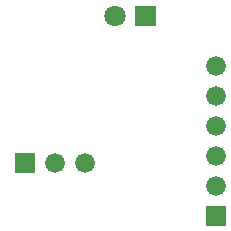
<source format=gbs>
G04 Layer: BottomSolderMaskLayer*
G04 EasyEDA v6.4.25, 2021-10-20T20:18:06+03:00*
G04 dcba5cd40900447394ce88492ccb6976,3ac546bf038a4e40b039f7879bd882b5,10*
G04 Gerber Generator version 0.2*
G04 Scale: 100 percent, Rotated: No, Reflected: No *
G04 Dimensions in millimeters *
G04 leading zeros omitted , absolute positions ,4 integer and 5 decimal *
%FSLAX45Y45*%
%MOMM*%

%ADD41C,1.8016*%
%ADD46C,1.6764*%
%ADD47R,1.6764X1.6764*%

%LPD*%
G36*
X2106929Y6850379D02*
G01*
X2106929Y7018020D01*
X2287270Y7018020D01*
X2287270Y6850379D01*
G37*
D41*
G01*
X1943100Y6934200D03*
D46*
G01*
X1689100Y5689600D03*
G01*
X1435100Y5689600D03*
G36*
X1097279Y5605779D02*
G01*
X1097279Y5773420D01*
X1264920Y5773420D01*
X1264920Y5605779D01*
G37*
G01*
X2794000Y6515100D03*
G01*
X2794000Y6261100D03*
G01*
X2794000Y6007100D03*
G01*
X2794000Y5753100D03*
G01*
X2794000Y5499100D03*
D47*
G01*
X2794000Y5245100D03*
M02*

</source>
